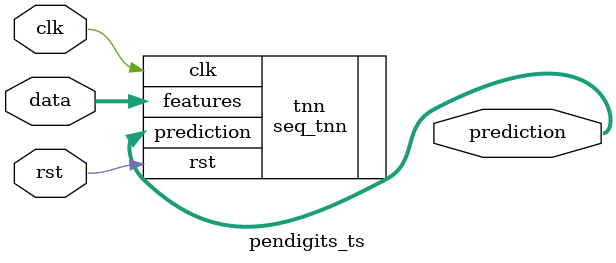
<source format=v>












module pendigits_ts #(

parameter FEAT_CNT = 16,
parameter HIDDEN_CNT = 40,
parameter FEAT_BITS = 4,
parameter CLASS_CNT = 10,
parameter TEST_CNT = 1000




  ) (
  input clk,
  input rst,
  input [FEAT_CNT*FEAT_BITS-1:0] data,
  output [$clog2(CLASS_CNT)-1:0] prediction
  );

  seq_tnn #(
      .FEAT_CNT(FEAT_CNT),.FEAT_BITS(FEAT_BITS),.HIDDEN_CNT(HIDDEN_CNT),.CLASS_CNT(CLASS_CNT),
  .SPARSE_VALS(640'b1101001000100000100000000000011001101000011011010011000000111100111011000000011100010101000100101100000010000010110000001010100001011000111110010100100000000111001010000110001001110011011100001000100000000100000010100100000100000010110000011010000011001010000000100010000110000000000100001000011001000110000000111010000000010000000011000000011100011001010001000101001010000001010000100011011010101000000100110000000000010100100000010000000000010001101000110000011000111101110000111110001001100000101000000001011000111000010101010010011010011100010110100000010010010000101110110100010100110101010001110101010100100110110110100101101010101000),
  .MASK(640'b1111101011101011100110110011111011101111011111010011101001111111111111110110111110111101011100101100010010111110110100101011100101011010111111110111111101000111001110001111001011110111111111111000111010100100111010100101000100101011110100111111011011001010100000100010011111000000000111011110011101111110011000111011011111010010001111101100011101111111111111010111011010111001111110111111111110101010100101110001101011010101111100011000000010110111111011111011111111111111111100111111001111111001111111110111111000111111111111111110111111111101110111101101111111110111111111111101110111110101011001111111111111111111110111111101111111111111),
  .NONZERO_CNT(640'h0c090d0f080b0a0a0b0c0d0a0d060e080d0d080d0a0c0b0d090c0e0d0c0d0e0c0c0b0908080a0d0b),
  .SPARSE_VALS2(208'b0111001101000010010001110110101010101100000001110111100101000001100011101000110111110011111010001010111010111000100010011010000011011010101010110100110011011100010101011001000111100100000000100010000010100101),  // Bits of not-zeroes
  .COL_INDICES(1664'h25201f1e191716151311100f0c070605040327252322201e1d1c1b1a191817151211100f0e0d0b080604241f1d1c1b191817150e0c0706040302002522201b191817161514131211100f0e0c0b0a080706050127231f1e1a1816110f0e0c0a0907020100272321201f1e1d1c1b1a1716151413110f0e0d0b0a0503021f1e1d1c171615130f0e0c0a090806050403020100271e1c191714130f0e0d0c0b0807060504030201002321201c1a17161312110f0e0c0a0908070605010027201d1b1817161312110e0c0b0a08070504030201), // Column of non-zeros
  .ROW_PTRS(88'hd0bea6957d6c543f2a1500) // Column of non-zeros // Start indices per row
      ) tnn (
    .clk(clk),
    .rst(rst),
    .features(data),
    .prediction(prediction)
  );

endmodule

</source>
